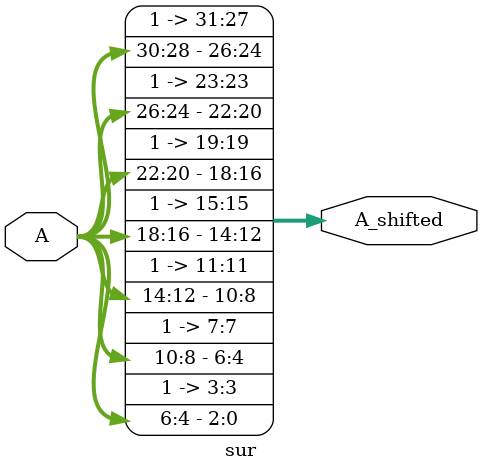
<source format=v>
module sur(
    output[31:0] A_shifted,
    input[31:0] A
);
// Set the right border
assign A_shifted[3] = 1'b1;
assign A_shifted[7] = 1'b1;
assign A_shifted[11] = 1'b1;
assign A_shifted[15] = 1'b1;
assign A_shifted[19] = 1'b1;
assign A_shifted[23] = 1'b1;
assign A_shifted[27] = 1'b1;
assign A_shifted[31] = 1'b1;

// Set the bottom border
assign A_shifted[28:31] = 4'b1111;

// Set the rest
assign A_shifted[0:2] = A[4:6];
assign A_shifted[4:6] = A[8:10];
assign A_shifted[8:10] = A[12:14];
assign A_shifted[12:14] = A[16:18];
assign A_shifted[16:18] = A[20:22];
assign A_shifted[20:22] = A[24:26];
assign A_shifted[24:26] = A[28:30];
endmodule
</source>
